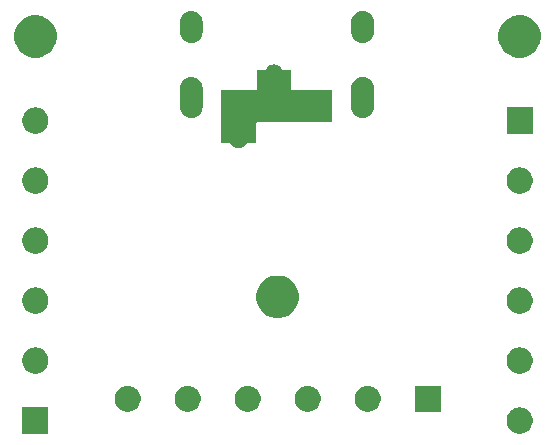
<source format=gbr>
%TF.GenerationSoftware,KiCad,Pcbnew,(5.0.2)-1*%
%TF.CreationDate,2019-01-23T22:58:30+01:00*%
%TF.ProjectId,HDMI-Terminal,48444d49-2d54-4657-926d-696e616c2e6b,rev?*%
%TF.SameCoordinates,Original*%
%TF.FileFunction,Soldermask,Top*%
%TF.FilePolarity,Negative*%
%FSLAX46Y46*%
G04 Gerber Fmt 4.6, Leading zero omitted, Abs format (unit mm)*
G04 Created by KiCad (PCBNEW (5.0.2)-1) date 23.01.2019 22:58:30*
%MOMM*%
%LPD*%
G01*
G04 APERTURE LIST*
%ADD10C,0.150000*%
G04 APERTURE END LIST*
D10*
G36*
X134214795Y-97820156D02*
X134321150Y-97841311D01*
X134391990Y-97870654D01*
X134521516Y-97924305D01*
X134521519Y-97924307D01*
X134678345Y-98029095D01*
X134701850Y-98044801D01*
X134855199Y-98198150D01*
X134975695Y-98378484D01*
X135058689Y-98578851D01*
X135101000Y-98791560D01*
X135101000Y-99008440D01*
X135058689Y-99221149D01*
X134975695Y-99421516D01*
X134855199Y-99601850D01*
X134701850Y-99755199D01*
X134521516Y-99875695D01*
X134391990Y-99929346D01*
X134321150Y-99958689D01*
X134214794Y-99979845D01*
X134108440Y-100001000D01*
X133891560Y-100001000D01*
X133785205Y-99979844D01*
X133678850Y-99958689D01*
X133608010Y-99929346D01*
X133478484Y-99875695D01*
X133298150Y-99755199D01*
X133144801Y-99601850D01*
X133024305Y-99421516D01*
X132941311Y-99221149D01*
X132899000Y-99008440D01*
X132899000Y-98791560D01*
X132941311Y-98578851D01*
X133024305Y-98378484D01*
X133144801Y-98198150D01*
X133298150Y-98044801D01*
X133321656Y-98029095D01*
X133478481Y-97924307D01*
X133478484Y-97924305D01*
X133608010Y-97870654D01*
X133678850Y-97841311D01*
X133785205Y-97820156D01*
X133891560Y-97799000D01*
X134108440Y-97799000D01*
X134214795Y-97820156D01*
X134214795Y-97820156D01*
G37*
G36*
X94101000Y-100001000D02*
X91899000Y-100001000D01*
X91899000Y-97799000D01*
X94101000Y-97799000D01*
X94101000Y-100001000D01*
X94101000Y-100001000D01*
G37*
G36*
X111187395Y-95973556D02*
X111293750Y-95994711D01*
X111364590Y-96024054D01*
X111494116Y-96077705D01*
X111674450Y-96198201D01*
X111827799Y-96351550D01*
X111948295Y-96531884D01*
X112031289Y-96732251D01*
X112073600Y-96944960D01*
X112073600Y-97161840D01*
X112031289Y-97374549D01*
X111948295Y-97574916D01*
X111827799Y-97755250D01*
X111674450Y-97908599D01*
X111674447Y-97908601D01*
X111674446Y-97908602D01*
X111494119Y-98029093D01*
X111494116Y-98029095D01*
X111364590Y-98082746D01*
X111293750Y-98112089D01*
X111187395Y-98133244D01*
X111081040Y-98154400D01*
X110864160Y-98154400D01*
X110757805Y-98133244D01*
X110651450Y-98112089D01*
X110580610Y-98082746D01*
X110451084Y-98029095D01*
X110451081Y-98029093D01*
X110270754Y-97908602D01*
X110270753Y-97908601D01*
X110270750Y-97908599D01*
X110117401Y-97755250D01*
X109996905Y-97574916D01*
X109913911Y-97374549D01*
X109871600Y-97161840D01*
X109871600Y-96944960D01*
X109913911Y-96732251D01*
X109996905Y-96531884D01*
X110117401Y-96351550D01*
X110270750Y-96198201D01*
X110451084Y-96077705D01*
X110580610Y-96024054D01*
X110651450Y-95994711D01*
X110757805Y-95973556D01*
X110864160Y-95952400D01*
X111081040Y-95952400D01*
X111187395Y-95973556D01*
X111187395Y-95973556D01*
G37*
G36*
X127313600Y-98154400D02*
X125111600Y-98154400D01*
X125111600Y-95952400D01*
X127313600Y-95952400D01*
X127313600Y-98154400D01*
X127313600Y-98154400D01*
G37*
G36*
X121347395Y-95973556D02*
X121453750Y-95994711D01*
X121524590Y-96024054D01*
X121654116Y-96077705D01*
X121834450Y-96198201D01*
X121987799Y-96351550D01*
X122108295Y-96531884D01*
X122191289Y-96732251D01*
X122233600Y-96944960D01*
X122233600Y-97161840D01*
X122191289Y-97374549D01*
X122108295Y-97574916D01*
X121987799Y-97755250D01*
X121834450Y-97908599D01*
X121834447Y-97908601D01*
X121834446Y-97908602D01*
X121654119Y-98029093D01*
X121654116Y-98029095D01*
X121524590Y-98082746D01*
X121453750Y-98112089D01*
X121347395Y-98133244D01*
X121241040Y-98154400D01*
X121024160Y-98154400D01*
X120917805Y-98133244D01*
X120811450Y-98112089D01*
X120740610Y-98082746D01*
X120611084Y-98029095D01*
X120611081Y-98029093D01*
X120430754Y-97908602D01*
X120430753Y-97908601D01*
X120430750Y-97908599D01*
X120277401Y-97755250D01*
X120156905Y-97574916D01*
X120073911Y-97374549D01*
X120031600Y-97161840D01*
X120031600Y-96944960D01*
X120073911Y-96732251D01*
X120156905Y-96531884D01*
X120277401Y-96351550D01*
X120430750Y-96198201D01*
X120611084Y-96077705D01*
X120740610Y-96024054D01*
X120811450Y-95994711D01*
X120917805Y-95973556D01*
X121024160Y-95952400D01*
X121241040Y-95952400D01*
X121347395Y-95973556D01*
X121347395Y-95973556D01*
G37*
G36*
X116267395Y-95973556D02*
X116373750Y-95994711D01*
X116444590Y-96024054D01*
X116574116Y-96077705D01*
X116754450Y-96198201D01*
X116907799Y-96351550D01*
X117028295Y-96531884D01*
X117111289Y-96732251D01*
X117153600Y-96944960D01*
X117153600Y-97161840D01*
X117111289Y-97374549D01*
X117028295Y-97574916D01*
X116907799Y-97755250D01*
X116754450Y-97908599D01*
X116754447Y-97908601D01*
X116754446Y-97908602D01*
X116574119Y-98029093D01*
X116574116Y-98029095D01*
X116444590Y-98082746D01*
X116373750Y-98112089D01*
X116267395Y-98133244D01*
X116161040Y-98154400D01*
X115944160Y-98154400D01*
X115837805Y-98133244D01*
X115731450Y-98112089D01*
X115660610Y-98082746D01*
X115531084Y-98029095D01*
X115531081Y-98029093D01*
X115350754Y-97908602D01*
X115350753Y-97908601D01*
X115350750Y-97908599D01*
X115197401Y-97755250D01*
X115076905Y-97574916D01*
X114993911Y-97374549D01*
X114951600Y-97161840D01*
X114951600Y-96944960D01*
X114993911Y-96732251D01*
X115076905Y-96531884D01*
X115197401Y-96351550D01*
X115350750Y-96198201D01*
X115531084Y-96077705D01*
X115660610Y-96024054D01*
X115731450Y-95994711D01*
X115837805Y-95973556D01*
X115944160Y-95952400D01*
X116161040Y-95952400D01*
X116267395Y-95973556D01*
X116267395Y-95973556D01*
G37*
G36*
X106107395Y-95973556D02*
X106213750Y-95994711D01*
X106284590Y-96024054D01*
X106414116Y-96077705D01*
X106594450Y-96198201D01*
X106747799Y-96351550D01*
X106868295Y-96531884D01*
X106951289Y-96732251D01*
X106993600Y-96944960D01*
X106993600Y-97161840D01*
X106951289Y-97374549D01*
X106868295Y-97574916D01*
X106747799Y-97755250D01*
X106594450Y-97908599D01*
X106594447Y-97908601D01*
X106594446Y-97908602D01*
X106414119Y-98029093D01*
X106414116Y-98029095D01*
X106284590Y-98082746D01*
X106213750Y-98112089D01*
X106107395Y-98133244D01*
X106001040Y-98154400D01*
X105784160Y-98154400D01*
X105677805Y-98133244D01*
X105571450Y-98112089D01*
X105500610Y-98082746D01*
X105371084Y-98029095D01*
X105371081Y-98029093D01*
X105190754Y-97908602D01*
X105190753Y-97908601D01*
X105190750Y-97908599D01*
X105037401Y-97755250D01*
X104916905Y-97574916D01*
X104833911Y-97374549D01*
X104791600Y-97161840D01*
X104791600Y-96944960D01*
X104833911Y-96732251D01*
X104916905Y-96531884D01*
X105037401Y-96351550D01*
X105190750Y-96198201D01*
X105371084Y-96077705D01*
X105500610Y-96024054D01*
X105571450Y-95994711D01*
X105677805Y-95973556D01*
X105784160Y-95952400D01*
X106001040Y-95952400D01*
X106107395Y-95973556D01*
X106107395Y-95973556D01*
G37*
G36*
X101027395Y-95973556D02*
X101133750Y-95994711D01*
X101204590Y-96024054D01*
X101334116Y-96077705D01*
X101514450Y-96198201D01*
X101667799Y-96351550D01*
X101788295Y-96531884D01*
X101871289Y-96732251D01*
X101913600Y-96944960D01*
X101913600Y-97161840D01*
X101871289Y-97374549D01*
X101788295Y-97574916D01*
X101667799Y-97755250D01*
X101514450Y-97908599D01*
X101514447Y-97908601D01*
X101514446Y-97908602D01*
X101334119Y-98029093D01*
X101334116Y-98029095D01*
X101204590Y-98082746D01*
X101133750Y-98112089D01*
X101027395Y-98133244D01*
X100921040Y-98154400D01*
X100704160Y-98154400D01*
X100597805Y-98133244D01*
X100491450Y-98112089D01*
X100420610Y-98082746D01*
X100291084Y-98029095D01*
X100291081Y-98029093D01*
X100110754Y-97908602D01*
X100110753Y-97908601D01*
X100110750Y-97908599D01*
X99957401Y-97755250D01*
X99836905Y-97574916D01*
X99753911Y-97374549D01*
X99711600Y-97161840D01*
X99711600Y-96944960D01*
X99753911Y-96732251D01*
X99836905Y-96531884D01*
X99957401Y-96351550D01*
X100110750Y-96198201D01*
X100291084Y-96077705D01*
X100420610Y-96024054D01*
X100491450Y-95994711D01*
X100597805Y-95973556D01*
X100704160Y-95952400D01*
X100921040Y-95952400D01*
X101027395Y-95973556D01*
X101027395Y-95973556D01*
G37*
G36*
X93214794Y-92740155D02*
X93321150Y-92761311D01*
X93391990Y-92790654D01*
X93521516Y-92844305D01*
X93701850Y-92964801D01*
X93855199Y-93118150D01*
X93975695Y-93298484D01*
X94058689Y-93498851D01*
X94101000Y-93711560D01*
X94101000Y-93928440D01*
X94058689Y-94141149D01*
X93975695Y-94341516D01*
X93855199Y-94521850D01*
X93701850Y-94675199D01*
X93521516Y-94795695D01*
X93391990Y-94849346D01*
X93321150Y-94878689D01*
X93214795Y-94899844D01*
X93108440Y-94921000D01*
X92891560Y-94921000D01*
X92785205Y-94899844D01*
X92678850Y-94878689D01*
X92608010Y-94849346D01*
X92478484Y-94795695D01*
X92298150Y-94675199D01*
X92144801Y-94521850D01*
X92024305Y-94341516D01*
X91941311Y-94141149D01*
X91899000Y-93928440D01*
X91899000Y-93711560D01*
X91941311Y-93498851D01*
X92024305Y-93298484D01*
X92144801Y-93118150D01*
X92298150Y-92964801D01*
X92478484Y-92844305D01*
X92608010Y-92790654D01*
X92678850Y-92761311D01*
X92785206Y-92740155D01*
X92891560Y-92719000D01*
X93108440Y-92719000D01*
X93214794Y-92740155D01*
X93214794Y-92740155D01*
G37*
G36*
X134214794Y-92740155D02*
X134321150Y-92761311D01*
X134391990Y-92790654D01*
X134521516Y-92844305D01*
X134701850Y-92964801D01*
X134855199Y-93118150D01*
X134975695Y-93298484D01*
X135058689Y-93498851D01*
X135101000Y-93711560D01*
X135101000Y-93928440D01*
X135058689Y-94141149D01*
X134975695Y-94341516D01*
X134855199Y-94521850D01*
X134701850Y-94675199D01*
X134521516Y-94795695D01*
X134391990Y-94849346D01*
X134321150Y-94878689D01*
X134214795Y-94899844D01*
X134108440Y-94921000D01*
X133891560Y-94921000D01*
X133785205Y-94899844D01*
X133678850Y-94878689D01*
X133608010Y-94849346D01*
X133478484Y-94795695D01*
X133298150Y-94675199D01*
X133144801Y-94521850D01*
X133024305Y-94341516D01*
X132941311Y-94141149D01*
X132899000Y-93928440D01*
X132899000Y-93711560D01*
X132941311Y-93498851D01*
X133024305Y-93298484D01*
X133144801Y-93118150D01*
X133298150Y-92964801D01*
X133478484Y-92844305D01*
X133608010Y-92790654D01*
X133678850Y-92761311D01*
X133785206Y-92740155D01*
X133891560Y-92719000D01*
X134108440Y-92719000D01*
X134214794Y-92740155D01*
X134214794Y-92740155D01*
G37*
G36*
X114025331Y-86698211D02*
X114353092Y-86833974D01*
X114648073Y-87031074D01*
X114898926Y-87281927D01*
X115096026Y-87576908D01*
X115231789Y-87904669D01*
X115301000Y-88252616D01*
X115301000Y-88607384D01*
X115231789Y-88955331D01*
X115096026Y-89283092D01*
X114898926Y-89578073D01*
X114648073Y-89828926D01*
X114353092Y-90026026D01*
X114025331Y-90161789D01*
X113677384Y-90231000D01*
X113322616Y-90231000D01*
X112974669Y-90161789D01*
X112646908Y-90026026D01*
X112351927Y-89828926D01*
X112101074Y-89578073D01*
X111903974Y-89283092D01*
X111768211Y-88955331D01*
X111699000Y-88607384D01*
X111699000Y-88252616D01*
X111768211Y-87904669D01*
X111903974Y-87576908D01*
X112101074Y-87281927D01*
X112351927Y-87031074D01*
X112646908Y-86833974D01*
X112974669Y-86698211D01*
X113322616Y-86629000D01*
X113677384Y-86629000D01*
X114025331Y-86698211D01*
X114025331Y-86698211D01*
G37*
G36*
X93214795Y-87660156D02*
X93321150Y-87681311D01*
X93391990Y-87710654D01*
X93521516Y-87764305D01*
X93701850Y-87884801D01*
X93855199Y-88038150D01*
X93975695Y-88218484D01*
X94058689Y-88418851D01*
X94101000Y-88631560D01*
X94101000Y-88848440D01*
X94058689Y-89061149D01*
X93975695Y-89261516D01*
X93855199Y-89441850D01*
X93701850Y-89595199D01*
X93521516Y-89715695D01*
X93391990Y-89769346D01*
X93321150Y-89798689D01*
X93214794Y-89819845D01*
X93108440Y-89841000D01*
X92891560Y-89841000D01*
X92785206Y-89819845D01*
X92678850Y-89798689D01*
X92608010Y-89769346D01*
X92478484Y-89715695D01*
X92298150Y-89595199D01*
X92144801Y-89441850D01*
X92024305Y-89261516D01*
X91941311Y-89061149D01*
X91899000Y-88848440D01*
X91899000Y-88631560D01*
X91941311Y-88418851D01*
X92024305Y-88218484D01*
X92144801Y-88038150D01*
X92298150Y-87884801D01*
X92478484Y-87764305D01*
X92608010Y-87710654D01*
X92678850Y-87681311D01*
X92785205Y-87660156D01*
X92891560Y-87639000D01*
X93108440Y-87639000D01*
X93214795Y-87660156D01*
X93214795Y-87660156D01*
G37*
G36*
X134214795Y-87660156D02*
X134321150Y-87681311D01*
X134391990Y-87710654D01*
X134521516Y-87764305D01*
X134701850Y-87884801D01*
X134855199Y-88038150D01*
X134975695Y-88218484D01*
X135058689Y-88418851D01*
X135101000Y-88631560D01*
X135101000Y-88848440D01*
X135058689Y-89061149D01*
X134975695Y-89261516D01*
X134855199Y-89441850D01*
X134701850Y-89595199D01*
X134521516Y-89715695D01*
X134391990Y-89769346D01*
X134321150Y-89798689D01*
X134214794Y-89819845D01*
X134108440Y-89841000D01*
X133891560Y-89841000D01*
X133785206Y-89819845D01*
X133678850Y-89798689D01*
X133608010Y-89769346D01*
X133478484Y-89715695D01*
X133298150Y-89595199D01*
X133144801Y-89441850D01*
X133024305Y-89261516D01*
X132941311Y-89061149D01*
X132899000Y-88848440D01*
X132899000Y-88631560D01*
X132941311Y-88418851D01*
X133024305Y-88218484D01*
X133144801Y-88038150D01*
X133298150Y-87884801D01*
X133478484Y-87764305D01*
X133608010Y-87710654D01*
X133678850Y-87681311D01*
X133785205Y-87660156D01*
X133891560Y-87639000D01*
X134108440Y-87639000D01*
X134214795Y-87660156D01*
X134214795Y-87660156D01*
G37*
G36*
X93214794Y-82580155D02*
X93321150Y-82601311D01*
X93391990Y-82630654D01*
X93521516Y-82684305D01*
X93701850Y-82804801D01*
X93855199Y-82958150D01*
X93975695Y-83138484D01*
X94058689Y-83338851D01*
X94101000Y-83551560D01*
X94101000Y-83768440D01*
X94058689Y-83981149D01*
X93975695Y-84181516D01*
X93855199Y-84361850D01*
X93701850Y-84515199D01*
X93521516Y-84635695D01*
X93391990Y-84689346D01*
X93321150Y-84718689D01*
X93214795Y-84739844D01*
X93108440Y-84761000D01*
X92891560Y-84761000D01*
X92785205Y-84739844D01*
X92678850Y-84718689D01*
X92608010Y-84689346D01*
X92478484Y-84635695D01*
X92298150Y-84515199D01*
X92144801Y-84361850D01*
X92024305Y-84181516D01*
X91941311Y-83981149D01*
X91899000Y-83768440D01*
X91899000Y-83551560D01*
X91941311Y-83338851D01*
X92024305Y-83138484D01*
X92144801Y-82958150D01*
X92298150Y-82804801D01*
X92478484Y-82684305D01*
X92608010Y-82630654D01*
X92678850Y-82601311D01*
X92785206Y-82580155D01*
X92891560Y-82559000D01*
X93108440Y-82559000D01*
X93214794Y-82580155D01*
X93214794Y-82580155D01*
G37*
G36*
X134214794Y-82580155D02*
X134321150Y-82601311D01*
X134391990Y-82630654D01*
X134521516Y-82684305D01*
X134701850Y-82804801D01*
X134855199Y-82958150D01*
X134975695Y-83138484D01*
X135058689Y-83338851D01*
X135101000Y-83551560D01*
X135101000Y-83768440D01*
X135058689Y-83981149D01*
X134975695Y-84181516D01*
X134855199Y-84361850D01*
X134701850Y-84515199D01*
X134521516Y-84635695D01*
X134391990Y-84689346D01*
X134321150Y-84718689D01*
X134214795Y-84739844D01*
X134108440Y-84761000D01*
X133891560Y-84761000D01*
X133785205Y-84739844D01*
X133678850Y-84718689D01*
X133608010Y-84689346D01*
X133478484Y-84635695D01*
X133298150Y-84515199D01*
X133144801Y-84361850D01*
X133024305Y-84181516D01*
X132941311Y-83981149D01*
X132899000Y-83768440D01*
X132899000Y-83551560D01*
X132941311Y-83338851D01*
X133024305Y-83138484D01*
X133144801Y-82958150D01*
X133298150Y-82804801D01*
X133478484Y-82684305D01*
X133608010Y-82630654D01*
X133678850Y-82601311D01*
X133785205Y-82580156D01*
X133891560Y-82559000D01*
X134108440Y-82559000D01*
X134214794Y-82580155D01*
X134214794Y-82580155D01*
G37*
G36*
X93214794Y-77500155D02*
X93321150Y-77521311D01*
X93391990Y-77550654D01*
X93521516Y-77604305D01*
X93701850Y-77724801D01*
X93855199Y-77878150D01*
X93975695Y-78058484D01*
X94058689Y-78258851D01*
X94101000Y-78471560D01*
X94101000Y-78688440D01*
X94058689Y-78901149D01*
X93975695Y-79101516D01*
X93855199Y-79281850D01*
X93701850Y-79435199D01*
X93521516Y-79555695D01*
X93391990Y-79609346D01*
X93321150Y-79638689D01*
X93214795Y-79659844D01*
X93108440Y-79681000D01*
X92891560Y-79681000D01*
X92785205Y-79659844D01*
X92678850Y-79638689D01*
X92608010Y-79609346D01*
X92478484Y-79555695D01*
X92298150Y-79435199D01*
X92144801Y-79281850D01*
X92024305Y-79101516D01*
X91941311Y-78901149D01*
X91899000Y-78688440D01*
X91899000Y-78471560D01*
X91941311Y-78258851D01*
X92024305Y-78058484D01*
X92144801Y-77878150D01*
X92298150Y-77724801D01*
X92478484Y-77604305D01*
X92608010Y-77550654D01*
X92678850Y-77521311D01*
X92785206Y-77500155D01*
X92891560Y-77479000D01*
X93108440Y-77479000D01*
X93214794Y-77500155D01*
X93214794Y-77500155D01*
G37*
G36*
X134214794Y-77500155D02*
X134321150Y-77521311D01*
X134391990Y-77550654D01*
X134521516Y-77604305D01*
X134701850Y-77724801D01*
X134855199Y-77878150D01*
X134975695Y-78058484D01*
X135058689Y-78258851D01*
X135101000Y-78471560D01*
X135101000Y-78688440D01*
X135058689Y-78901149D01*
X134975695Y-79101516D01*
X134855199Y-79281850D01*
X134701850Y-79435199D01*
X134521516Y-79555695D01*
X134391990Y-79609346D01*
X134321150Y-79638689D01*
X134214795Y-79659844D01*
X134108440Y-79681000D01*
X133891560Y-79681000D01*
X133785205Y-79659844D01*
X133678850Y-79638689D01*
X133608010Y-79609346D01*
X133478484Y-79555695D01*
X133298150Y-79435199D01*
X133144801Y-79281850D01*
X133024305Y-79101516D01*
X132941311Y-78901149D01*
X132899000Y-78688440D01*
X132899000Y-78471560D01*
X132941311Y-78258851D01*
X133024305Y-78058484D01*
X133144801Y-77878150D01*
X133298150Y-77724801D01*
X133478484Y-77604305D01*
X133608010Y-77550654D01*
X133678850Y-77521311D01*
X133785206Y-77500155D01*
X133891560Y-77479000D01*
X134108440Y-77479000D01*
X134214794Y-77500155D01*
X134214794Y-77500155D01*
G37*
G36*
X113284752Y-68753713D02*
X113407293Y-68778088D01*
X113428712Y-68784586D01*
X113544151Y-68832401D01*
X113563890Y-68842952D01*
X113667773Y-68912365D01*
X113685086Y-68926574D01*
X113773426Y-69014914D01*
X113787635Y-69032227D01*
X113860459Y-69141215D01*
X113860703Y-69141052D01*
X113869253Y-69153849D01*
X113886580Y-69171176D01*
X113906955Y-69184789D01*
X113929594Y-69194166D01*
X113965878Y-69199548D01*
X114566931Y-69199548D01*
X114575256Y-69199957D01*
X114579887Y-69200878D01*
X114579897Y-69200879D01*
X114587565Y-69202405D01*
X114592176Y-69203322D01*
X114605997Y-69209047D01*
X114618441Y-69217361D01*
X114629039Y-69227959D01*
X114637353Y-69240403D01*
X114643078Y-69254224D01*
X114643559Y-69256644D01*
X114645521Y-69266503D01*
X114645522Y-69266513D01*
X114646443Y-69271144D01*
X114646852Y-69279469D01*
X114646852Y-70834000D01*
X114649254Y-70858386D01*
X114656367Y-70881835D01*
X114667918Y-70903446D01*
X114683464Y-70922388D01*
X114702406Y-70937934D01*
X114724017Y-70949485D01*
X114747466Y-70956598D01*
X114771852Y-70959000D01*
X118146000Y-70959000D01*
X118146000Y-73661000D01*
X111771852Y-73661000D01*
X111747466Y-73663402D01*
X111724017Y-73670515D01*
X111702406Y-73682066D01*
X111683464Y-73697612D01*
X111667918Y-73716554D01*
X111656367Y-73738165D01*
X111649254Y-73761614D01*
X111646852Y-73786000D01*
X111646852Y-75330531D01*
X111646443Y-75338856D01*
X111645522Y-75343487D01*
X111645521Y-75343497D01*
X111643995Y-75351165D01*
X111643078Y-75355776D01*
X111637353Y-75369597D01*
X111629039Y-75382041D01*
X111618441Y-75392639D01*
X111605997Y-75400953D01*
X111592176Y-75406678D01*
X111587565Y-75407595D01*
X111579897Y-75409121D01*
X111579887Y-75409122D01*
X111575256Y-75410043D01*
X111566931Y-75410452D01*
X110965878Y-75410452D01*
X110941492Y-75412854D01*
X110918043Y-75419967D01*
X110896432Y-75431518D01*
X110877490Y-75447064D01*
X110861075Y-75469197D01*
X110860459Y-75468785D01*
X110787635Y-75577773D01*
X110773426Y-75595086D01*
X110685086Y-75683426D01*
X110667773Y-75697635D01*
X110563890Y-75767048D01*
X110544151Y-75777599D01*
X110428712Y-75825414D01*
X110407293Y-75831912D01*
X110284752Y-75856287D01*
X110262472Y-75858481D01*
X110137528Y-75858481D01*
X110115248Y-75856287D01*
X109992707Y-75831912D01*
X109971288Y-75825414D01*
X109855849Y-75777599D01*
X109836110Y-75767048D01*
X109732227Y-75697635D01*
X109714914Y-75683426D01*
X109626574Y-75595086D01*
X109612365Y-75577773D01*
X109539541Y-75468785D01*
X109539297Y-75468948D01*
X109530747Y-75456151D01*
X109513420Y-75438824D01*
X109493045Y-75425211D01*
X109470406Y-75415834D01*
X109434122Y-75410452D01*
X108833069Y-75410452D01*
X108824744Y-75410043D01*
X108820113Y-75409122D01*
X108820103Y-75409121D01*
X108812435Y-75407595D01*
X108807824Y-75406678D01*
X108794003Y-75400953D01*
X108781559Y-75392639D01*
X108770961Y-75382041D01*
X108762647Y-75369597D01*
X108756922Y-75355776D01*
X108756005Y-75351165D01*
X108754479Y-75343497D01*
X108754478Y-75343487D01*
X108753557Y-75338856D01*
X108753148Y-75330531D01*
X108753148Y-73609469D01*
X108753848Y-73595204D01*
X108753694Y-73595196D01*
X108754000Y-73589058D01*
X108754000Y-70959000D01*
X111628148Y-70959000D01*
X111652534Y-70956598D01*
X111675983Y-70949485D01*
X111697594Y-70937934D01*
X111716536Y-70922388D01*
X111732082Y-70903446D01*
X111743633Y-70881835D01*
X111750746Y-70858386D01*
X111753148Y-70834000D01*
X111753148Y-69279469D01*
X111753557Y-69271144D01*
X111754478Y-69266513D01*
X111754479Y-69266503D01*
X111756441Y-69256644D01*
X111756922Y-69254224D01*
X111762647Y-69240403D01*
X111770961Y-69227959D01*
X111781559Y-69217361D01*
X111794003Y-69209047D01*
X111807824Y-69203322D01*
X111812435Y-69202405D01*
X111820103Y-69200879D01*
X111820113Y-69200878D01*
X111824744Y-69199957D01*
X111833069Y-69199548D01*
X112434122Y-69199548D01*
X112458508Y-69197146D01*
X112481957Y-69190033D01*
X112503568Y-69178482D01*
X112522510Y-69162936D01*
X112538925Y-69140803D01*
X112539541Y-69141215D01*
X112612365Y-69032227D01*
X112626574Y-69014914D01*
X112714914Y-68926574D01*
X112732227Y-68912365D01*
X112836110Y-68842952D01*
X112855849Y-68832401D01*
X112971288Y-68784586D01*
X112992707Y-68778088D01*
X113115248Y-68753713D01*
X113137528Y-68751519D01*
X113262472Y-68751519D01*
X113284752Y-68753713D01*
X113284752Y-68753713D01*
G37*
G36*
X93214795Y-72420156D02*
X93321150Y-72441311D01*
X93391990Y-72470654D01*
X93521516Y-72524305D01*
X93701850Y-72644801D01*
X93855199Y-72798150D01*
X93855201Y-72798153D01*
X93855202Y-72798154D01*
X93975693Y-72978481D01*
X93975695Y-72978484D01*
X93995257Y-73025712D01*
X94058689Y-73178850D01*
X94101000Y-73391561D01*
X94101000Y-73608439D01*
X94059379Y-73817683D01*
X94058689Y-73821149D01*
X93975695Y-74021516D01*
X93855199Y-74201850D01*
X93701850Y-74355199D01*
X93521516Y-74475695D01*
X93391990Y-74529346D01*
X93321150Y-74558689D01*
X93214795Y-74579844D01*
X93108440Y-74601000D01*
X92891560Y-74601000D01*
X92785205Y-74579844D01*
X92678850Y-74558689D01*
X92608010Y-74529346D01*
X92478484Y-74475695D01*
X92298150Y-74355199D01*
X92144801Y-74201850D01*
X92024305Y-74021516D01*
X91941311Y-73821149D01*
X91940622Y-73817683D01*
X91899000Y-73608439D01*
X91899000Y-73391561D01*
X91941311Y-73178850D01*
X92004743Y-73025712D01*
X92024305Y-72978484D01*
X92024307Y-72978481D01*
X92144798Y-72798154D01*
X92144799Y-72798153D01*
X92144801Y-72798150D01*
X92298150Y-72644801D01*
X92478484Y-72524305D01*
X92608010Y-72470654D01*
X92678850Y-72441311D01*
X92785205Y-72420156D01*
X92891560Y-72399000D01*
X93108440Y-72399000D01*
X93214795Y-72420156D01*
X93214795Y-72420156D01*
G37*
G36*
X135101000Y-74601000D02*
X132899000Y-74601000D01*
X132899000Y-72399000D01*
X135101000Y-72399000D01*
X135101000Y-74601000D01*
X135101000Y-74601000D01*
G37*
G36*
X120886425Y-69812760D02*
X120886428Y-69812761D01*
X120886429Y-69812761D01*
X121065693Y-69867140D01*
X121065695Y-69867141D01*
X121230905Y-69955448D01*
X121375712Y-70074288D01*
X121494552Y-70219095D01*
X121494553Y-70219097D01*
X121582860Y-70384307D01*
X121637239Y-70563571D01*
X121637240Y-70563575D01*
X121651000Y-70703282D01*
X121651000Y-72396718D01*
X121637240Y-72536425D01*
X121637239Y-72536428D01*
X121637239Y-72536429D01*
X121604365Y-72644801D01*
X121582859Y-72715695D01*
X121494552Y-72880905D01*
X121375712Y-73025712D01*
X121230904Y-73144554D01*
X121065697Y-73232858D01*
X121065694Y-73232859D01*
X121065692Y-73232860D01*
X120886428Y-73287239D01*
X120886427Y-73287239D01*
X120886424Y-73287240D01*
X120700000Y-73305601D01*
X120513575Y-73287240D01*
X120513572Y-73287239D01*
X120513571Y-73287239D01*
X120334307Y-73232860D01*
X120169097Y-73144553D01*
X120169095Y-73144552D01*
X120024288Y-73025712D01*
X119905446Y-72880904D01*
X119817142Y-72715697D01*
X119762762Y-72536429D01*
X119762761Y-72536428D01*
X119762761Y-72536427D01*
X119762760Y-72536424D01*
X119749000Y-72396717D01*
X119749000Y-70703282D01*
X119762760Y-70563570D01*
X119817140Y-70384309D01*
X119905449Y-70219095D01*
X120024289Y-70074288D01*
X120169096Y-69955448D01*
X120334306Y-69867141D01*
X120334308Y-69867140D01*
X120513572Y-69812761D01*
X120513573Y-69812761D01*
X120513576Y-69812760D01*
X120700000Y-69794399D01*
X120886425Y-69812760D01*
X120886425Y-69812760D01*
G37*
G36*
X106386425Y-69812760D02*
X106386428Y-69812761D01*
X106386429Y-69812761D01*
X106565693Y-69867140D01*
X106565695Y-69867141D01*
X106730905Y-69955448D01*
X106875712Y-70074288D01*
X106994552Y-70219095D01*
X106994553Y-70219097D01*
X107082860Y-70384307D01*
X107137239Y-70563571D01*
X107137240Y-70563575D01*
X107151000Y-70703282D01*
X107151000Y-72396718D01*
X107137240Y-72536425D01*
X107137239Y-72536428D01*
X107137239Y-72536429D01*
X107104365Y-72644801D01*
X107082859Y-72715695D01*
X106994552Y-72880905D01*
X106875712Y-73025712D01*
X106730904Y-73144554D01*
X106565697Y-73232858D01*
X106565694Y-73232859D01*
X106565692Y-73232860D01*
X106386428Y-73287239D01*
X106386427Y-73287239D01*
X106386424Y-73287240D01*
X106200000Y-73305601D01*
X106013575Y-73287240D01*
X106013572Y-73287239D01*
X106013571Y-73287239D01*
X105834307Y-73232860D01*
X105669097Y-73144553D01*
X105669095Y-73144552D01*
X105524288Y-73025712D01*
X105405446Y-72880904D01*
X105317142Y-72715697D01*
X105262762Y-72536429D01*
X105262761Y-72536428D01*
X105262761Y-72536427D01*
X105262760Y-72536424D01*
X105249000Y-72396717D01*
X105249000Y-70703282D01*
X105262760Y-70563570D01*
X105317140Y-70384309D01*
X105405449Y-70219095D01*
X105524289Y-70074288D01*
X105669096Y-69955448D01*
X105834306Y-69867141D01*
X105834308Y-69867140D01*
X106013572Y-69812761D01*
X106013573Y-69812761D01*
X106013576Y-69812760D01*
X106200000Y-69794399D01*
X106386425Y-69812760D01*
X106386425Y-69812760D01*
G37*
G36*
X93525331Y-64648211D02*
X93853092Y-64783974D01*
X94148073Y-64981074D01*
X94398926Y-65231927D01*
X94596026Y-65526908D01*
X94731789Y-65854669D01*
X94801000Y-66202616D01*
X94801000Y-66557384D01*
X94731789Y-66905331D01*
X94596026Y-67233092D01*
X94398926Y-67528073D01*
X94148073Y-67778926D01*
X93853092Y-67976026D01*
X93525331Y-68111789D01*
X93177384Y-68181000D01*
X92822616Y-68181000D01*
X92474669Y-68111789D01*
X92146908Y-67976026D01*
X91851927Y-67778926D01*
X91601074Y-67528073D01*
X91403974Y-67233092D01*
X91268211Y-66905331D01*
X91199000Y-66557384D01*
X91199000Y-66202616D01*
X91268211Y-65854669D01*
X91403974Y-65526908D01*
X91601074Y-65231927D01*
X91851927Y-64981074D01*
X92146908Y-64783974D01*
X92474669Y-64648211D01*
X92822616Y-64579000D01*
X93177384Y-64579000D01*
X93525331Y-64648211D01*
X93525331Y-64648211D01*
G37*
G36*
X134525331Y-64648211D02*
X134853092Y-64783974D01*
X135148073Y-64981074D01*
X135398926Y-65231927D01*
X135596026Y-65526908D01*
X135731789Y-65854669D01*
X135801000Y-66202616D01*
X135801000Y-66557384D01*
X135731789Y-66905331D01*
X135596026Y-67233092D01*
X135398926Y-67528073D01*
X135148073Y-67778926D01*
X134853092Y-67976026D01*
X134525331Y-68111789D01*
X134177384Y-68181000D01*
X133822616Y-68181000D01*
X133474669Y-68111789D01*
X133146908Y-67976026D01*
X132851927Y-67778926D01*
X132601074Y-67528073D01*
X132403974Y-67233092D01*
X132268211Y-66905331D01*
X132199000Y-66557384D01*
X132199000Y-66202616D01*
X132268211Y-65854669D01*
X132403974Y-65526908D01*
X132601074Y-65231927D01*
X132851927Y-64981074D01*
X133146908Y-64783974D01*
X133474669Y-64648211D01*
X133822616Y-64579000D01*
X134177384Y-64579000D01*
X134525331Y-64648211D01*
X134525331Y-64648211D01*
G37*
G36*
X106386425Y-64252760D02*
X106386428Y-64252761D01*
X106386429Y-64252761D01*
X106565693Y-64307140D01*
X106565695Y-64307141D01*
X106730905Y-64395448D01*
X106875712Y-64514288D01*
X106994552Y-64659095D01*
X107082860Y-64824306D01*
X107137240Y-65003574D01*
X107151000Y-65143283D01*
X107151000Y-66036718D01*
X107137240Y-66176425D01*
X107082859Y-66355695D01*
X106994552Y-66520905D01*
X106875712Y-66665712D01*
X106730904Y-66784554D01*
X106565697Y-66872858D01*
X106565694Y-66872859D01*
X106565692Y-66872860D01*
X106386428Y-66927239D01*
X106386427Y-66927239D01*
X106386424Y-66927240D01*
X106200000Y-66945601D01*
X106013575Y-66927240D01*
X106013572Y-66927239D01*
X106013571Y-66927239D01*
X105834307Y-66872860D01*
X105669097Y-66784553D01*
X105669095Y-66784552D01*
X105524288Y-66665712D01*
X105405446Y-66520904D01*
X105317142Y-66355697D01*
X105270706Y-66202617D01*
X105262761Y-66176428D01*
X105262761Y-66176427D01*
X105262760Y-66176424D01*
X105249000Y-66036717D01*
X105249000Y-65143282D01*
X105262760Y-65003570D01*
X105317140Y-64824309D01*
X105405449Y-64659095D01*
X105524289Y-64514288D01*
X105669096Y-64395448D01*
X105834306Y-64307141D01*
X105834308Y-64307140D01*
X106013572Y-64252761D01*
X106013573Y-64252761D01*
X106013576Y-64252760D01*
X106200000Y-64234399D01*
X106386425Y-64252760D01*
X106386425Y-64252760D01*
G37*
G36*
X120886425Y-64252760D02*
X120886428Y-64252761D01*
X120886429Y-64252761D01*
X121065693Y-64307140D01*
X121065695Y-64307141D01*
X121230905Y-64395448D01*
X121375712Y-64514288D01*
X121494552Y-64659095D01*
X121582860Y-64824306D01*
X121637240Y-65003574D01*
X121651000Y-65143283D01*
X121651000Y-66036718D01*
X121637240Y-66176425D01*
X121582859Y-66355695D01*
X121494552Y-66520905D01*
X121375712Y-66665712D01*
X121230904Y-66784554D01*
X121065697Y-66872858D01*
X121065694Y-66872859D01*
X121065692Y-66872860D01*
X120886428Y-66927239D01*
X120886427Y-66927239D01*
X120886424Y-66927240D01*
X120700000Y-66945601D01*
X120513575Y-66927240D01*
X120513572Y-66927239D01*
X120513571Y-66927239D01*
X120334307Y-66872860D01*
X120169097Y-66784553D01*
X120169095Y-66784552D01*
X120024288Y-66665712D01*
X119905446Y-66520904D01*
X119817142Y-66355697D01*
X119770706Y-66202617D01*
X119762761Y-66176428D01*
X119762761Y-66176427D01*
X119762760Y-66176424D01*
X119749000Y-66036717D01*
X119749000Y-65143282D01*
X119762760Y-65003570D01*
X119817140Y-64824309D01*
X119905449Y-64659095D01*
X120024289Y-64514288D01*
X120169096Y-64395448D01*
X120334306Y-64307141D01*
X120334308Y-64307140D01*
X120513572Y-64252761D01*
X120513573Y-64252761D01*
X120513576Y-64252760D01*
X120700000Y-64234399D01*
X120886425Y-64252760D01*
X120886425Y-64252760D01*
G37*
M02*

</source>
